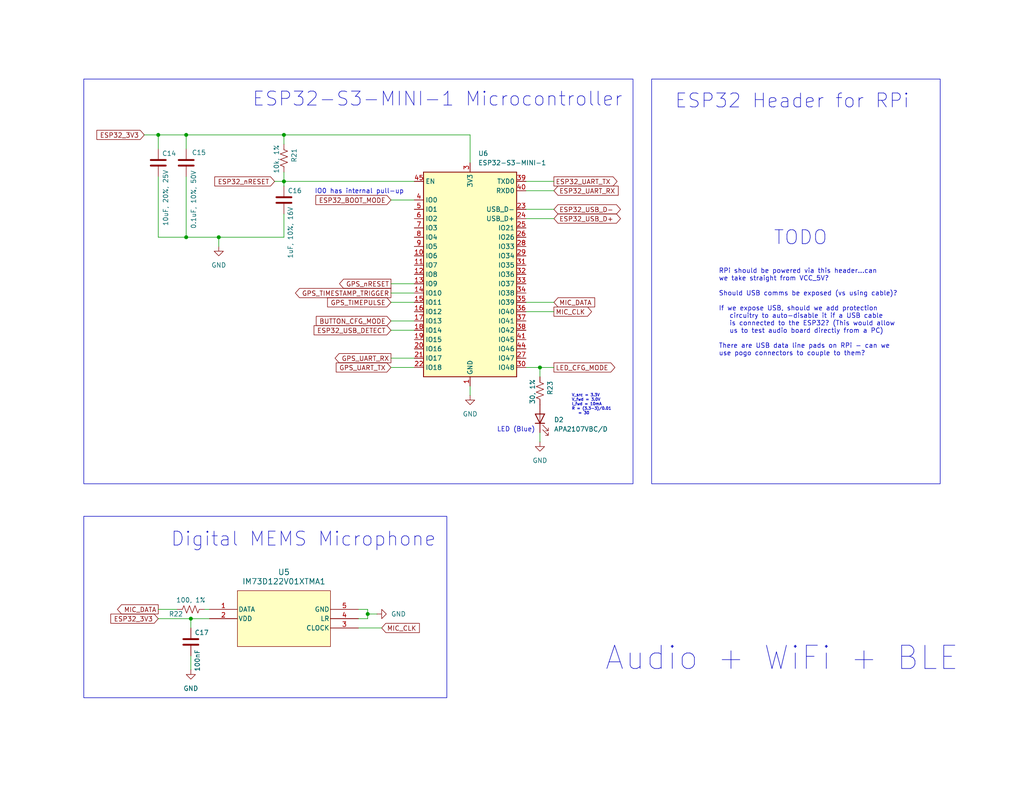
<source format=kicad_sch>
(kicad_sch (version 20231120) (generator "eeschema") (generator_version "8.0")
  (paper "USLetter")
  (title_block (title "CivicAlert") (rev "A") (company "Vanderbilt University"))
  (lib_symbols
    (symbol "2024-08-10_16-36-16:IM73D122V01XTMA1" (pin_names (offset 0.254))
      (property "Reference" "U" (at 20.32 10.16 0))
      (property "Value" "IM73D122V01XTMA1" (at 20.32 7.62 0))
      (symbol "IM73D122V01XTMA1_0_1"
        (rectangle (start 7.62 5.08) (end 33.02 -10.16) (fill (type background)))
        (pin output line (at 0 0 0) (length 7.62) (name "DATA") (number "1"))
        (pin power_in line (at 0 -2.54 0) (length 7.62) (name "VDD") (number "2"))
        (pin input line (at 40.64 -5.08 180) (length 7.62) (name "CLOCK") (number "3"))
        (pin unspecified line (at 40.64 -2.54 180) (length 7.62) (name "LR") (number "4"))
        (pin power_out line (at 40.64 0 180) (length 7.62) (name "GND") (number "5"))
      )
    )
    (symbol "Device:C" (pin_numbers hide) (pin_names (offset 0.254))
      (property "Reference" "C" (at 0.635 2.54 0))
      (property "Value" "C" (at 0.635 -2.54 0))
      (symbol "C_0_1"
        (polyline (pts (xy -2.032 -0.762) (xy 2.032 -0.762)) (stroke (width 0.508)))
        (polyline (pts (xy -2.032 0.762) (xy 2.032 0.762)) (stroke (width 0.508)))
      )
      (symbol "C_1_1"
        (pin passive line (at 0 3.81 270) (length 2.794) (name "~") (number "1"))
        (pin passive line (at 0 -3.81 90) (length 2.794) (name "~") (number "2"))
      )
    )
    (symbol "Device:LED" (pin_numbers hide) (pin_names (offset 1.016) hide)
      (property "Reference" "D" (at 0 2.54 0))
      (property "Value" "LED" (at 0 -2.54 0))
      (symbol "LED_0_1"
        (polyline (pts (xy -1.27 -1.27) (xy -1.27 1.27)) (stroke (width 0.254)))
        (polyline (pts (xy -1.27 0) (xy 1.27 0)))
        (polyline (pts (xy 1.27 -1.27) (xy 1.27 1.27) (xy -1.27 0) (xy 1.27 -1.27)) (stroke (width 0.254)))
        (polyline (pts (xy -3.048 -0.762) (xy -4.572 -2.286) (xy -3.81 -2.286) (xy -4.572 -2.286) (xy -4.572 -1.524)))
        (polyline (pts (xy -1.778 -0.762) (xy -3.302 -2.286) (xy -2.54 -2.286) (xy -3.302 -2.286) (xy -3.302 -1.524)))
      )
      (symbol "LED_1_1"
        (pin passive line (at -3.81 0 0) (length 2.54) (name "K") (number "1"))
        (pin passive line (at 3.81 0 180) (length 2.54) (name "A") (number "2"))
      )
    )
    (symbol "Device:R_US" (pin_numbers hide) (pin_names (offset 0))
      (property "Reference" "R" (at 2.54 0 90))
      (property "Value" "R_US" (at -2.54 0 90))
      (symbol "R_US_0_1"
        (polyline (pts (xy 0 -2.286) (xy 0 -2.54)))
        (polyline (pts (xy 0 2.286) (xy 0 2.54)))
        (polyline (pts (xy 0 -0.762) (xy 1.016 -1.143) (xy 0 -1.524) (xy -1.016 -1.905) (xy 0 -2.286)))
        (polyline (pts (xy 0 0.762) (xy 1.016 0.381) (xy 0 0) (xy -1.016 -0.381) (xy 0 -0.762)))
        (polyline (pts (xy 0 2.286) (xy 1.016 1.905) (xy 0 1.524) (xy -1.016 1.143) (xy 0 0.762)))
      )
      (symbol "R_US_1_1"
        (pin passive line (at 0 3.81 270) (length 1.27) (name "~") (number "1"))
        (pin passive line (at 0 -3.81 90) (length 1.27) (name "~") (number "2"))
      )
    )
    (symbol "RF_Module:ESP32-S3-MINI-1"
      (property "Reference" "U" (at -11.43 29.21 0))
      (property "Value" "ESP32-S3-MINI-1" (at 12.7 29.21 0))
      (symbol "ESP32-S3-MINI-1_0_1"
        (rectangle (start -12.7 27.94) (end 12.7 -27.94) (stroke (width 0.254)) (fill (type background)))
      )
      (symbol "ESP32-S3-MINI-1_1_1"
        (pin power_in line (at 0 -30.48 90) (length 2.54) (name "GND") (number "1"))
        (pin bidirectional line (at -15.24 5.08 0) (length 2.54) (name "IO6") (number "10"))
        (pin bidirectional line (at -15.24 2.54 0) (length 2.54) (name "IO7") (number "11"))
        (pin bidirectional line (at -15.24 0 0) (length 2.54) (name "IO8") (number "12"))
        (pin bidirectional line (at -15.24 -2.54 0) (length 2.54) (name "IO9") (number "13"))
        (pin bidirectional line (at -15.24 -5.08 0) (length 2.54) (name "IO10") (number "14"))
        (pin bidirectional line (at -15.24 -7.62 0) (length 2.54) (name "IO11") (number "15"))
        (pin bidirectional line (at -15.24 -10.16 0) (length 2.54) (name "IO12") (number "16"))
        (pin bidirectional line (at -15.24 -12.7 0) (length 2.54) (name "IO13") (number "17"))
        (pin bidirectional line (at -15.24 -15.24 0) (length 2.54) (name "IO14") (number "18"))
        (pin bidirectional line (at -15.24 -17.78 0) (length 2.54) (name "IO15") (number "19"))
        (pin passive line (at 0 -30.48 90) (length 2.54) hide (name "GND") (number "2"))
        (pin bidirectional line (at -15.24 -20.32 0) (length 2.54) (name "IO16") (number "20"))
        (pin bidirectional line (at -15.24 -22.86 0) (length 2.54) (name "IO17") (number "21"))
        (pin bidirectional line (at -15.24 -25.4 0) (length 2.54) (name "IO18") (number "22"))
        (pin bidirectional line (at 15.24 17.78 180) (length 2.54) (name "USB_D-") (number "23"))
        (pin bidirectional line (at 15.24 15.24 180) (length 2.54) (name "USB_D+") (number "24"))
        (pin bidirectional line (at 15.24 12.7 180) (length 2.54) (name "IO21") (number "25"))
        (pin bidirectional line (at 15.24 10.16 180) (length 2.54) (name "IO26") (number "26"))
        (pin bidirectional line (at 15.24 -22.86 180) (length 2.54) (name "IO47") (number "27"))
        (pin bidirectional line (at 15.24 7.62 180) (length 2.54) (name "IO33") (number "28"))
        (pin bidirectional line (at 15.24 5.08 180) (length 2.54) (name "IO34") (number "29"))
        (pin power_in line (at 0 30.48 270) (length 2.54) (name "3V3") (number "3"))
        (pin bidirectional line (at 15.24 -25.4 180) (length 2.54) (name "IO48") (number "30"))
        (pin bidirectional line (at 15.24 2.54 180) (length 2.54) (name "IO35") (number "31"))
        (pin bidirectional line (at 15.24 0 180) (length 2.54) (name "IO36") (number "32"))
        (pin bidirectional line (at 15.24 -2.54 180) (length 2.54) (name "IO37") (number "33"))
        (pin bidirectional line (at 15.24 -5.08 180) (length 2.54) (name "IO38") (number "34"))
        (pin bidirectional line (at 15.24 -7.62 180) (length 2.54) (name "IO39") (number "35"))
        (pin bidirectional line (at 15.24 -10.16 180) (length 2.54) (name "IO40") (number "36"))
        (pin bidirectional line (at 15.24 -12.7 180) (length 2.54) (name "IO41") (number "37"))
        (pin bidirectional line (at 15.24 -15.24 180) (length 2.54) (name "IO42") (number "38"))
        (pin bidirectional line (at 15.24 25.4 180) (length 2.54) (name "TXD0") (number "39"))
        (pin bidirectional line (at -15.24 20.32 0) (length 2.54) (name "IO0") (number "4"))
        (pin bidirectional line (at 15.24 22.86 180) (length 2.54) (name "RXD0") (number "40"))
        (pin bidirectional line (at 15.24 -17.78 180) (length 2.54) (name "IO45") (number "41"))
        (pin passive line (at 0 -30.48 90) (length 2.54) hide (name "GND") (number "42"))
        (pin passive line (at 0 -30.48 90) (length 2.54) hide (name "GND") (number "43"))
        (pin bidirectional line (at 15.24 -20.32 180) (length 2.54) (name "IO46") (number "44"))
        (pin input line (at -15.24 25.4 0) (length 2.54) (name "EN") (number "45"))
        (pin passive line (at 0 -30.48 90) (length 2.54) hide (name "GND") (number "46"))
        (pin passive line (at 0 -30.48 90) (length 2.54) hide (name "GND") (number "47"))
        (pin passive line (at 0 -30.48 90) (length 2.54) hide (name "GND") (number "48"))
        (pin passive line (at 0 -30.48 90) (length 2.54) hide (name "GND") (number "49"))
        (pin bidirectional line (at -15.24 17.78 0) (length 2.54) (name "IO1") (number "5"))
        (pin passive line (at 0 -30.48 90) (length 2.54) hide (name "GND") (number "50"))
        (pin passive line (at 0 -30.48 90) (length 2.54) hide (name "GND") (number "51"))
        (pin passive line (at 0 -30.48 90) (length 2.54) hide (name "GND") (number "52"))
        (pin passive line (at 0 -30.48 90) (length 2.54) hide (name "GND") (number "53"))
        (pin passive line (at 0 -30.48 90) (length 2.54) hide (name "GND") (number "54"))
        (pin passive line (at 0 -30.48 90) (length 2.54) hide (name "GND") (number "55"))
        (pin passive line (at 0 -30.48 90) (length 2.54) hide (name "GND") (number "56"))
        (pin passive line (at 0 -30.48 90) (length 2.54) hide (name "GND") (number "57"))
        (pin passive line (at 0 -30.48 90) (length 2.54) hide (name "GND") (number "58"))
        (pin passive line (at 0 -30.48 90) (length 2.54) hide (name "GND") (number "59"))
        (pin bidirectional line (at -15.24 15.24 0) (length 2.54) (name "IO2") (number "6"))
        (pin passive line (at 0 -30.48 90) (length 2.54) hide (name "GND") (number "60"))
        (pin passive line (at 0 -30.48 90) (length 2.54) hide (name "GND") (number "61"))
        (pin passive line (at 0 -30.48 90) (length 2.54) hide (name "GND") (number "62"))
        (pin passive line (at 0 -30.48 90) (length 2.54) hide (name "GND") (number "63"))
        (pin passive line (at 0 -30.48 90) (length 2.54) hide (name "GND") (number "64"))
        (pin passive line (at 0 -30.48 90) (length 2.54) hide (name "GND") (number "65"))
        (pin bidirectional line (at -15.24 12.7 0) (length 2.54) (name "IO3") (number "7"))
        (pin bidirectional line (at -15.24 10.16 0) (length 2.54) (name "IO4") (number "8"))
        (pin bidirectional line (at -15.24 7.62 0) (length 2.54) (name "IO5") (number "9"))
      )
    )
    (symbol "power:GND" (power) (pin_numbers hide) (pin_names (offset 0) hide)
      (property "Value" "GND" (at 0 -3.81 0))
      (symbol "GND_0_1"
        (polyline (pts (xy 0 0) (xy 0 -1.27) (xy 1.27 -1.27) (xy 0 -2.54) (xy -1.27 -1.27) (xy 0 -1.27)))
      )
      (symbol "GND_1_1"
        (pin power_in line (at 0 0 270) (length 0) (name "~") (number "1"))
      )
    )
  )
  (junction (at 59.69 64.77))
  (junction (at 100.33 167.64))
  (junction (at 147.32 100.33))
  (junction (at 77.47 36.83))
  (junction (at 50.8 64.77))
  (junction (at 50.8 36.83))
  (junction (at 52.07 168.91))
  (junction (at 77.47 49.53))
  (junction (at 43.18 36.83))
  (wire (pts (xy 97.79 166.37) (xy 100.33 166.37)))
  (wire (pts (xy 143.51 59.69) (xy 151.13 59.69)))
  (wire (pts (xy 59.69 64.77) (xy 77.47 64.77)))
  (wire (pts (xy 100.33 168.91) (xy 97.79 168.91)))
  (wire (pts (xy 100.33 166.37) (xy 100.33 167.64)))
  (wire (pts (xy 74.93 49.53) (xy 77.47 49.53)))
  (wire (pts (xy 59.69 64.77) (xy 59.69 67.31)))
  (wire (pts (xy 43.18 168.91) (xy 52.07 168.91)))
  (wire (pts (xy 143.51 49.53) (xy 151.13 49.53)))
  (wire (pts (xy 106.68 100.33) (xy 113.03 100.33)))
  (wire (pts (xy 77.47 36.83) (xy 77.47 39.37)))
  (wire (pts (xy 106.68 87.63) (xy 113.03 87.63)))
  (wire (pts (xy 77.47 49.53) (xy 113.03 49.53)))
  (wire (pts (xy 143.51 85.09) (xy 151.13 85.09)))
  (wire (pts (xy 143.51 52.07) (xy 151.13 52.07)))
  (wire (pts (xy 50.8 48.26) (xy 50.8 64.77)))
  (wire (pts (xy 97.79 171.45) (xy 104.14 171.45)))
  (wire (pts (xy 55.88 166.37) (xy 57.15 166.37)))
  (wire (pts (xy 50.8 36.83) (xy 50.8 40.64)))
  (wire (pts (xy 128.27 105.41) (xy 128.27 107.95)))
  (wire (pts (xy 100.33 167.64) (xy 100.33 168.91)))
  (wire (pts (xy 43.18 36.83) (xy 43.18 40.64)))
  (wire (pts (xy 43.18 48.26) (xy 43.18 64.77)))
  (wire (pts (xy 143.51 82.55) (xy 151.13 82.55)))
  (wire (pts (xy 52.07 168.91) (xy 52.07 171.45)))
  (wire (pts (xy 77.47 36.83) (xy 50.8 36.83)))
  (wire (pts (xy 59.69 64.77) (xy 50.8 64.77)))
  (wire (pts (xy 147.32 102.87) (xy 147.32 100.33)))
  (wire (pts (xy 77.47 58.42) (xy 77.47 64.77)))
  (wire (pts (xy 52.07 179.07) (xy 52.07 182.88)))
  (wire (pts (xy 39.37 36.83) (xy 43.18 36.83)))
  (wire (pts (xy 77.47 49.53) (xy 77.47 50.8)))
  (wire (pts (xy 52.07 168.91) (xy 57.15 168.91)))
  (wire (pts (xy 43.18 166.37) (xy 48.26 166.37)))
  (wire (pts (xy 106.68 82.55) (xy 113.03 82.55)))
  (wire (pts (xy 100.33 167.64) (xy 102.87 167.64)))
  (wire (pts (xy 128.27 44.45) (xy 128.27 36.83)))
  (wire (pts (xy 106.68 80.01) (xy 113.03 80.01)))
  (wire (pts (xy 143.51 100.33) (xy 147.32 100.33)))
  (wire (pts (xy 43.18 64.77) (xy 50.8 64.77)))
  (wire (pts (xy 106.68 90.17) (xy 113.03 90.17)))
  (wire (pts (xy 128.27 36.83) (xy 77.47 36.83)))
  (wire (pts (xy 147.32 118.11) (xy 147.32 120.65)))
  (wire (pts (xy 143.51 57.15) (xy 151.13 57.15)))
  (wire (pts (xy 106.68 54.61) (xy 113.03 54.61)))
  (wire (pts (xy 77.47 46.99) (xy 77.47 49.53)))
  (wire (pts (xy 106.68 77.47) (xy 113.03 77.47)))
  (wire (pts (xy 106.68 97.79) (xy 113.03 97.79)))
  (wire (pts (xy 147.32 100.33) (xy 151.13 100.33)))
  (wire (pts (xy 50.8 36.83) (xy 43.18 36.83)))
  (rectangle (start 22.86 140.97) (end 121.92 190.5))
  (rectangle (start 177.8 21.59) (end 256.54 132.08))
  (rectangle (start 22.86 21.59) (end 172.72 132.08))
  (text "Digital MEMS Microphone" (at 82.804 147.32 0) (effects (font (size 3.81 3.81))))
  (text "Audio + WiFi + BLE" (at 213.36 179.832 0) (effects (font (size 6.35 6.35))))
  (text "RPi should be powered via this header...can\nwe take straight from VCC_5V?\n\nShould USB comms be exposed (vs using cable)?\n\nIf we expose USB, should we add protection\n   circuitry to auto-disable it if a USB cable\n   is connected to the ESP32? (This would allow\n   us to test audio board directly from a PC)\n\nThere are USB data line pads on RPi - can we\nuse pogo connectors to couple to them?" (at 196.088 85.344 0) (effects (font (size 1.27 1.27)) (justify left)))
  (text "ESP32 Header for RPi" (at 216.154 27.686 0) (effects (font (size 3.81 3.81))))
  (text "ESP32-S3-MINI-1 Microcontroller" (at 119.38 27.178 0) (effects (font (size 3.81 3.81))))
  (text "TODO" (at 218.44 65.024 0) (effects (font (size 3.81 3.81))))
  (text "LED (Blue)" (at 146.05 117.348 0) (effects (font (size 1.27 1.27)) (justify right)))
  (text "V_src = 3.3V\nV_fwd = 3.0V\nI_fwd = 10mA\nR = (3.3-3)/0.01\n   = 30" (at 155.956 110.49 0) (effects (font (size 0.762 0.762)) (justify left)))
  (text "IO0 has internal pull-up" (at 98.044 52.324 0) (effects (font (size 1.27 1.27))))
  (global_label "GPS_TIMESTAMP_TRIGGER" (shape output) (at 106.68 80.01 180) (property "Intersheetrefs" "${INTERSHEET_REFS}" (effects (hide yes))))
  (global_label "GPS_TIMEPULSE" (shape input) (at 106.68 82.55 180) (property "Intersheetrefs" "${INTERSHEET_REFS}" (effects (hide yes))))
  (global_label "ESP32_3V3" (shape input) (at 39.37 36.83 180) (property "Intersheetrefs" "${INTERSHEET_REFS}" (effects (hide yes))))
  (global_label "ESP32_UART_RX" (shape input) (at 151.13 52.07 0) (property "Intersheetrefs" "${INTERSHEET_REFS}" (effects (hide yes))))
  (global_label "ESP32_nRESET" (shape input) (at 74.93 49.53 180) (property "Intersheetrefs" "${INTERSHEET_REFS}" (effects (hide yes))))
  (global_label "GPS_nRESET" (shape output) (at 106.68 77.47 180) (property "Intersheetrefs" "${INTERSHEET_REFS}" (effects (hide yes))))
  (global_label "BUTTON_CFG_MODE" (shape input) (at 106.68 87.63 180) (property "Intersheetrefs" "${INTERSHEET_REFS}" (effects (hide yes))))
  (global_label "ESP32_BOOT_MODE" (shape input) (at 106.68 54.61 180) (property "Intersheetrefs" "${INTERSHEET_REFS}" (effects (hide yes))))
  (global_label "ESP32_USB_D-" (shape bidirectional) (at 151.13 57.15 0) (property "Intersheetrefs" "${INTERSHEET_REFS}" (effects (hide yes))))
  (global_label "MIC_DATA" (shape output) (at 43.18 166.37 180) (property "Intersheetrefs" "${INTERSHEET_REFS}" (effects (hide yes))))
  (global_label "MIC_CLK" (shape input) (at 104.14 171.45 0) (property "Intersheetrefs" "${INTERSHEET_REFS}" (effects (hide yes))))
  (global_label "MIC_CLK" (shape output) (at 151.13 85.09 0) (property "Intersheetrefs" "${INTERSHEET_REFS}" (effects (hide yes))))
  (global_label "GPS_UART_TX" (shape input) (at 106.68 100.33 180) (property "Intersheetrefs" "${INTERSHEET_REFS}" (effects (hide yes))))
  (global_label "ESP32_USB_D+" (shape bidirectional) (at 151.13 59.69 0) (property "Intersheetrefs" "${INTERSHEET_REFS}" (effects (hide yes))))
  (global_label "ESP32_3V3" (shape input) (at 43.18 168.91 180) (property "Intersheetrefs" "${INTERSHEET_REFS}" (effects (hide yes))))
  (global_label "ESP32_UART_TX" (shape output) (at 151.13 49.53 0) (property "Intersheetrefs" "${INTERSHEET_REFS}" (effects (hide yes))))
  (global_label "GPS_UART_RX" (shape output) (at 106.68 97.79 180) (property "Intersheetrefs" "${INTERSHEET_REFS}" (effects (hide yes))))
  (global_label "MIC_DATA" (shape input) (at 151.13 82.55 0) (property "Intersheetrefs" "${INTERSHEET_REFS}" (effects (hide yes))))
  (global_label "ESP32_USB_DETECT" (shape input) (at 106.68 90.17 180) (property "Intersheetrefs" "${INTERSHEET_REFS}" (effects (hide yes))))
  (global_label "LED_CFG_MODE" (shape output) (at 151.13 100.33 0) (property "Intersheetrefs" "${INTERSHEET_REFS}" (effects (hide yes))))
  (symbol (lib_id "power:GND") (at 52.07 182.88 0) (unit 1)
    (property "Reference" "#PWR027" (effects (hide yes)))
    (property "Value" "GND" (at 52.07 187.96 0))
    (property "Description" "Power symbol creates a global label with name \"GND\" , ground" (effects (hide yes)))
  )
  (symbol (lib_id "Device:C") (at 77.47 54.61 0) (unit 1)
    (property "Reference" "C16" (at 78.486 52.07 0) (effects (justify left)))
    (property "Value" "1uF, 10%, 16V" (at 79.248 70.612 90) (effects (justify left)))
    (property "Description" "Unpolarized capacitor" (effects (hide yes)))
  )
  (symbol (lib_id "Device:R_US") (at 147.32 106.68 0) (unit 1)
    (property "Reference" "R23" (at 150.114 105.918 90))
    (property "Value" "30, 1%" (at 145.288 106.934 90))
    (property "Description" "Resistor, US symbol" (effects (hide yes)))
  )
  (symbol (lib_id "Device:R_US") (at 77.47 43.18 0) (unit 1)
    (property "Reference" "R21" (at 80.264 42.418 90))
    (property "Value" "10k, 1%" (at 75.438 43.434 90))
    (property "Description" "Resistor, US symbol" (effects (hide yes)))
  )
  (symbol (lib_id "power:GND") (at 59.69 67.31 0) (unit 1)
    (property "Reference" "#PWR025" (effects (hide yes)))
    (property "Value" "GND" (at 59.69 72.39 0))
    (property "Description" "Power symbol creates a global label with name \"GND\" , ground" (effects (hide yes)))
  )
  (symbol (lib_id "Device:R_US") (at 52.07 166.37 270) (unit 1)
    (property "Reference" "R22" (at 48.006 167.64 90))
    (property "Value" "100, 1%" (at 52.07 163.83 90))
    (property "Description" "Resistor, US symbol" (effects (hide yes)))
  )
  (symbol (lib_id "power:GND") (at 102.87 167.64 90) (unit 1)
    (property "Reference" "#PWR026" (effects (hide yes)))
    (property "Value" "GND" (at 106.68 167.6399 90) (effects (justify right)))
    (property "Description" "Power symbol creates a global label with name \"GND\" , ground" (effects (hide yes)))
  )
  (symbol (lib_id "Device:C") (at 52.07 175.26 0) (unit 1)
    (property "Reference" "C17" (at 53.086 172.72 0) (effects (justify left)))
    (property "Value" "100nF" (at 53.848 183.388 90) (effects (justify left)))
    (property "Description" "Unpolarized capacitor" (effects (hide yes)))
  )
  (symbol (lib_id "Device:C") (at 50.8 44.45 0) (unit 1)
    (property "Reference" "C15" (at 52.324 41.656 0) (effects (justify left)))
    (property "Value" "0.1uF, 10%, 50V" (at 52.832 62.484 90) (effects (justify left)))
    (property "Description" "Unpolarized capacitor" (effects (hide yes)))
  )
  (symbol (lib_id "Device:C") (at 43.18 44.45 0) (unit 1)
    (property "Reference" "C14" (at 44.196 41.91 0) (effects (justify left)))
    (property "Value" "10uF, 20%, 25V" (at 45.212 61.722 90) (effects (justify left)))
    (property "Description" "Unpolarized capacitor" (effects (hide yes)))
  )
  (symbol (lib_id "power:GND") (at 128.27 107.95 0) (unit 1)
    (property "Reference" "#PWR024" (effects (hide yes)))
    (property "Value" "GND" (at 128.27 113.03 0))
    (property "Description" "Power symbol creates a global label with name \"GND\" , ground" (effects (hide yes)))
  )
  (symbol (lib_id "Device:LED") (at 147.32 114.3 90) (unit 1)
    (property "Reference" "D2" (at 151.13 114.6174 90) (effects (justify right)))
    (property "Value" "APA2107VBC/D" (at 151.13 117.1574 90) (effects (justify right)))
    (property "Description" "Light emitting diode" (effects (hide yes)))
  )
  (symbol (lib_id "RF_Module:ESP32-S3-MINI-1") (at 128.27 74.93 0) (unit 1)
    (property "Reference" "U6" (at 130.4641 41.91 0) (effects (justify left)))
    (property "Value" "ESP32-S3-MINI-1" (at 130.4641 44.45 0) (effects (justify left)))
    (property "Footprint" "RF_Module:ESP32-S2-MINI-1" (effects (hide yes)))
    (property "Datasheet" "https://www.espressif.com/sites/default/files/documentation/esp32-s3-mini-1_mini-1u_datasheet_en.pdf" (effects (hide yes)))
    (property "Description" "RF Module, ESP32-S3 SoC, Wi-Fi 802.11b/g/n, Bluetooth, BLE, 32-bit, 3.3V, SMD, onboard antenna" (effects (hide yes)))
  )
  (symbol (lib_id "2024-08-10_16-36-16:IM73D122V01XTMA1") (at 57.15 166.37 0) (unit 1)
    (property "Reference" "U5" (at 77.47 156.21 0) (effects (font (size 1.524 1.524))))
    (property "Value" "IM73D122V01XTMA1" (at 77.47 158.75 0) (effects (font (size 1.524 1.524))))
    (property "Footprint" "PG-LLGA-5-2_INF" (effects (hide yes)))
    (property "Datasheet" "IM73D122V01XTMA1" (effects (hide yes)))
  )
  (symbol (lib_id "power:GND") (at 147.32 120.65 0) (unit 1)
    (property "Reference" "#PWR028" (effects (hide yes)))
    (property "Value" "GND" (at 147.32 125.73 0))
    (property "Description" "Power symbol creates a global label with name \"GND\" , ground" (effects (hide yes)))
  )
)
</source>
